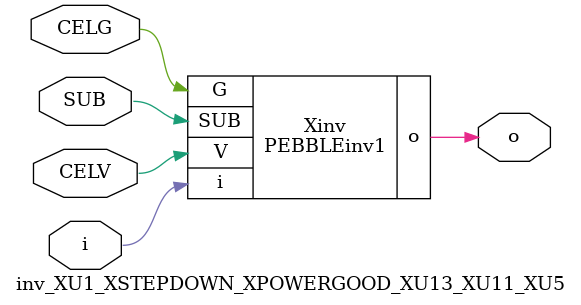
<source format=v>



module PEBBLEinv1 ( o, G, SUB, V, i );

  input V;
  input i;
  input G;
  output o;
  input SUB;
endmodule

//Celera Confidential Do Not Copy inv_XU1_XSTEPDOWN_XPOWERGOOD_XU13_XU11_XU5
//Celera Confidential Symbol Generator
//5V Inverter
module inv_XU1_XSTEPDOWN_XPOWERGOOD_XU13_XU11_XU5 (CELV,CELG,i,o,SUB);
input CELV;
input CELG;
input i;
input SUB;
output o;

//Celera Confidential Do Not Copy inv
PEBBLEinv1 Xinv(
.V (CELV),
.i (i),
.o (o),
.SUB (SUB),
.G (CELG)
);
//,diesize,PEBBLEinv1

//Celera Confidential Do Not Copy Module End
//Celera Schematic Generator
endmodule

</source>
